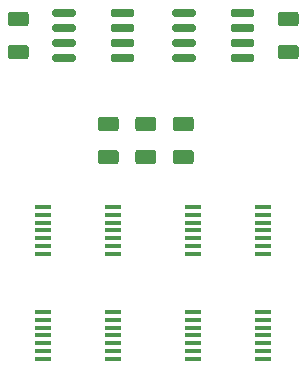
<source format=gbr>
G04 #@! TF.GenerationSoftware,KiCad,Pcbnew,5.1.5-52549c5~84~ubuntu18.04.1*
G04 #@! TF.CreationDate,2020-04-22T17:40:04-07:00*
G04 #@! TF.ProjectId,clock_generator,636c6f63-6b5f-4676-956e-657261746f72,rev?*
G04 #@! TF.SameCoordinates,Original*
G04 #@! TF.FileFunction,Paste,Top*
G04 #@! TF.FilePolarity,Positive*
%FSLAX46Y46*%
G04 Gerber Fmt 4.6, Leading zero omitted, Abs format (unit mm)*
G04 Created by KiCad (PCBNEW 5.1.5-52549c5~84~ubuntu18.04.1) date 2020-04-22 17:40:04*
%MOMM*%
%LPD*%
G04 APERTURE LIST*
%ADD10C,0.100000*%
%ADD11R,1.450000X0.450000*%
G04 APERTURE END LIST*
D10*
G36*
X130314703Y-72725722D02*
G01*
X130329264Y-72727882D01*
X130343543Y-72731459D01*
X130357403Y-72736418D01*
X130370710Y-72742712D01*
X130383336Y-72750280D01*
X130395159Y-72759048D01*
X130406066Y-72768934D01*
X130415952Y-72779841D01*
X130424720Y-72791664D01*
X130432288Y-72804290D01*
X130438582Y-72817597D01*
X130443541Y-72831457D01*
X130447118Y-72845736D01*
X130449278Y-72860297D01*
X130450000Y-72875000D01*
X130450000Y-73175000D01*
X130449278Y-73189703D01*
X130447118Y-73204264D01*
X130443541Y-73218543D01*
X130438582Y-73232403D01*
X130432288Y-73245710D01*
X130424720Y-73258336D01*
X130415952Y-73270159D01*
X130406066Y-73281066D01*
X130395159Y-73290952D01*
X130383336Y-73299720D01*
X130370710Y-73307288D01*
X130357403Y-73313582D01*
X130343543Y-73318541D01*
X130329264Y-73322118D01*
X130314703Y-73324278D01*
X130300000Y-73325000D01*
X128650000Y-73325000D01*
X128635297Y-73324278D01*
X128620736Y-73322118D01*
X128606457Y-73318541D01*
X128592597Y-73313582D01*
X128579290Y-73307288D01*
X128566664Y-73299720D01*
X128554841Y-73290952D01*
X128543934Y-73281066D01*
X128534048Y-73270159D01*
X128525280Y-73258336D01*
X128517712Y-73245710D01*
X128511418Y-73232403D01*
X128506459Y-73218543D01*
X128502882Y-73204264D01*
X128500722Y-73189703D01*
X128500000Y-73175000D01*
X128500000Y-72875000D01*
X128500722Y-72860297D01*
X128502882Y-72845736D01*
X128506459Y-72831457D01*
X128511418Y-72817597D01*
X128517712Y-72804290D01*
X128525280Y-72791664D01*
X128534048Y-72779841D01*
X128543934Y-72768934D01*
X128554841Y-72759048D01*
X128566664Y-72750280D01*
X128579290Y-72742712D01*
X128592597Y-72736418D01*
X128606457Y-72731459D01*
X128620736Y-72727882D01*
X128635297Y-72725722D01*
X128650000Y-72725000D01*
X130300000Y-72725000D01*
X130314703Y-72725722D01*
G37*
G36*
X130314703Y-73995722D02*
G01*
X130329264Y-73997882D01*
X130343543Y-74001459D01*
X130357403Y-74006418D01*
X130370710Y-74012712D01*
X130383336Y-74020280D01*
X130395159Y-74029048D01*
X130406066Y-74038934D01*
X130415952Y-74049841D01*
X130424720Y-74061664D01*
X130432288Y-74074290D01*
X130438582Y-74087597D01*
X130443541Y-74101457D01*
X130447118Y-74115736D01*
X130449278Y-74130297D01*
X130450000Y-74145000D01*
X130450000Y-74445000D01*
X130449278Y-74459703D01*
X130447118Y-74474264D01*
X130443541Y-74488543D01*
X130438582Y-74502403D01*
X130432288Y-74515710D01*
X130424720Y-74528336D01*
X130415952Y-74540159D01*
X130406066Y-74551066D01*
X130395159Y-74560952D01*
X130383336Y-74569720D01*
X130370710Y-74577288D01*
X130357403Y-74583582D01*
X130343543Y-74588541D01*
X130329264Y-74592118D01*
X130314703Y-74594278D01*
X130300000Y-74595000D01*
X128650000Y-74595000D01*
X128635297Y-74594278D01*
X128620736Y-74592118D01*
X128606457Y-74588541D01*
X128592597Y-74583582D01*
X128579290Y-74577288D01*
X128566664Y-74569720D01*
X128554841Y-74560952D01*
X128543934Y-74551066D01*
X128534048Y-74540159D01*
X128525280Y-74528336D01*
X128517712Y-74515710D01*
X128511418Y-74502403D01*
X128506459Y-74488543D01*
X128502882Y-74474264D01*
X128500722Y-74459703D01*
X128500000Y-74445000D01*
X128500000Y-74145000D01*
X128500722Y-74130297D01*
X128502882Y-74115736D01*
X128506459Y-74101457D01*
X128511418Y-74087597D01*
X128517712Y-74074290D01*
X128525280Y-74061664D01*
X128534048Y-74049841D01*
X128543934Y-74038934D01*
X128554841Y-74029048D01*
X128566664Y-74020280D01*
X128579290Y-74012712D01*
X128592597Y-74006418D01*
X128606457Y-74001459D01*
X128620736Y-73997882D01*
X128635297Y-73995722D01*
X128650000Y-73995000D01*
X130300000Y-73995000D01*
X130314703Y-73995722D01*
G37*
G36*
X130314703Y-75265722D02*
G01*
X130329264Y-75267882D01*
X130343543Y-75271459D01*
X130357403Y-75276418D01*
X130370710Y-75282712D01*
X130383336Y-75290280D01*
X130395159Y-75299048D01*
X130406066Y-75308934D01*
X130415952Y-75319841D01*
X130424720Y-75331664D01*
X130432288Y-75344290D01*
X130438582Y-75357597D01*
X130443541Y-75371457D01*
X130447118Y-75385736D01*
X130449278Y-75400297D01*
X130450000Y-75415000D01*
X130450000Y-75715000D01*
X130449278Y-75729703D01*
X130447118Y-75744264D01*
X130443541Y-75758543D01*
X130438582Y-75772403D01*
X130432288Y-75785710D01*
X130424720Y-75798336D01*
X130415952Y-75810159D01*
X130406066Y-75821066D01*
X130395159Y-75830952D01*
X130383336Y-75839720D01*
X130370710Y-75847288D01*
X130357403Y-75853582D01*
X130343543Y-75858541D01*
X130329264Y-75862118D01*
X130314703Y-75864278D01*
X130300000Y-75865000D01*
X128650000Y-75865000D01*
X128635297Y-75864278D01*
X128620736Y-75862118D01*
X128606457Y-75858541D01*
X128592597Y-75853582D01*
X128579290Y-75847288D01*
X128566664Y-75839720D01*
X128554841Y-75830952D01*
X128543934Y-75821066D01*
X128534048Y-75810159D01*
X128525280Y-75798336D01*
X128517712Y-75785710D01*
X128511418Y-75772403D01*
X128506459Y-75758543D01*
X128502882Y-75744264D01*
X128500722Y-75729703D01*
X128500000Y-75715000D01*
X128500000Y-75415000D01*
X128500722Y-75400297D01*
X128502882Y-75385736D01*
X128506459Y-75371457D01*
X128511418Y-75357597D01*
X128517712Y-75344290D01*
X128525280Y-75331664D01*
X128534048Y-75319841D01*
X128543934Y-75308934D01*
X128554841Y-75299048D01*
X128566664Y-75290280D01*
X128579290Y-75282712D01*
X128592597Y-75276418D01*
X128606457Y-75271459D01*
X128620736Y-75267882D01*
X128635297Y-75265722D01*
X128650000Y-75265000D01*
X130300000Y-75265000D01*
X130314703Y-75265722D01*
G37*
G36*
X130314703Y-76535722D02*
G01*
X130329264Y-76537882D01*
X130343543Y-76541459D01*
X130357403Y-76546418D01*
X130370710Y-76552712D01*
X130383336Y-76560280D01*
X130395159Y-76569048D01*
X130406066Y-76578934D01*
X130415952Y-76589841D01*
X130424720Y-76601664D01*
X130432288Y-76614290D01*
X130438582Y-76627597D01*
X130443541Y-76641457D01*
X130447118Y-76655736D01*
X130449278Y-76670297D01*
X130450000Y-76685000D01*
X130450000Y-76985000D01*
X130449278Y-76999703D01*
X130447118Y-77014264D01*
X130443541Y-77028543D01*
X130438582Y-77042403D01*
X130432288Y-77055710D01*
X130424720Y-77068336D01*
X130415952Y-77080159D01*
X130406066Y-77091066D01*
X130395159Y-77100952D01*
X130383336Y-77109720D01*
X130370710Y-77117288D01*
X130357403Y-77123582D01*
X130343543Y-77128541D01*
X130329264Y-77132118D01*
X130314703Y-77134278D01*
X130300000Y-77135000D01*
X128650000Y-77135000D01*
X128635297Y-77134278D01*
X128620736Y-77132118D01*
X128606457Y-77128541D01*
X128592597Y-77123582D01*
X128579290Y-77117288D01*
X128566664Y-77109720D01*
X128554841Y-77100952D01*
X128543934Y-77091066D01*
X128534048Y-77080159D01*
X128525280Y-77068336D01*
X128517712Y-77055710D01*
X128511418Y-77042403D01*
X128506459Y-77028543D01*
X128502882Y-77014264D01*
X128500722Y-76999703D01*
X128500000Y-76985000D01*
X128500000Y-76685000D01*
X128500722Y-76670297D01*
X128502882Y-76655736D01*
X128506459Y-76641457D01*
X128511418Y-76627597D01*
X128517712Y-76614290D01*
X128525280Y-76601664D01*
X128534048Y-76589841D01*
X128543934Y-76578934D01*
X128554841Y-76569048D01*
X128566664Y-76560280D01*
X128579290Y-76552712D01*
X128592597Y-76546418D01*
X128606457Y-76541459D01*
X128620736Y-76537882D01*
X128635297Y-76535722D01*
X128650000Y-76535000D01*
X130300000Y-76535000D01*
X130314703Y-76535722D01*
G37*
G36*
X125364703Y-76535722D02*
G01*
X125379264Y-76537882D01*
X125393543Y-76541459D01*
X125407403Y-76546418D01*
X125420710Y-76552712D01*
X125433336Y-76560280D01*
X125445159Y-76569048D01*
X125456066Y-76578934D01*
X125465952Y-76589841D01*
X125474720Y-76601664D01*
X125482288Y-76614290D01*
X125488582Y-76627597D01*
X125493541Y-76641457D01*
X125497118Y-76655736D01*
X125499278Y-76670297D01*
X125500000Y-76685000D01*
X125500000Y-76985000D01*
X125499278Y-76999703D01*
X125497118Y-77014264D01*
X125493541Y-77028543D01*
X125488582Y-77042403D01*
X125482288Y-77055710D01*
X125474720Y-77068336D01*
X125465952Y-77080159D01*
X125456066Y-77091066D01*
X125445159Y-77100952D01*
X125433336Y-77109720D01*
X125420710Y-77117288D01*
X125407403Y-77123582D01*
X125393543Y-77128541D01*
X125379264Y-77132118D01*
X125364703Y-77134278D01*
X125350000Y-77135000D01*
X123700000Y-77135000D01*
X123685297Y-77134278D01*
X123670736Y-77132118D01*
X123656457Y-77128541D01*
X123642597Y-77123582D01*
X123629290Y-77117288D01*
X123616664Y-77109720D01*
X123604841Y-77100952D01*
X123593934Y-77091066D01*
X123584048Y-77080159D01*
X123575280Y-77068336D01*
X123567712Y-77055710D01*
X123561418Y-77042403D01*
X123556459Y-77028543D01*
X123552882Y-77014264D01*
X123550722Y-76999703D01*
X123550000Y-76985000D01*
X123550000Y-76685000D01*
X123550722Y-76670297D01*
X123552882Y-76655736D01*
X123556459Y-76641457D01*
X123561418Y-76627597D01*
X123567712Y-76614290D01*
X123575280Y-76601664D01*
X123584048Y-76589841D01*
X123593934Y-76578934D01*
X123604841Y-76569048D01*
X123616664Y-76560280D01*
X123629290Y-76552712D01*
X123642597Y-76546418D01*
X123656457Y-76541459D01*
X123670736Y-76537882D01*
X123685297Y-76535722D01*
X123700000Y-76535000D01*
X125350000Y-76535000D01*
X125364703Y-76535722D01*
G37*
G36*
X125364703Y-75265722D02*
G01*
X125379264Y-75267882D01*
X125393543Y-75271459D01*
X125407403Y-75276418D01*
X125420710Y-75282712D01*
X125433336Y-75290280D01*
X125445159Y-75299048D01*
X125456066Y-75308934D01*
X125465952Y-75319841D01*
X125474720Y-75331664D01*
X125482288Y-75344290D01*
X125488582Y-75357597D01*
X125493541Y-75371457D01*
X125497118Y-75385736D01*
X125499278Y-75400297D01*
X125500000Y-75415000D01*
X125500000Y-75715000D01*
X125499278Y-75729703D01*
X125497118Y-75744264D01*
X125493541Y-75758543D01*
X125488582Y-75772403D01*
X125482288Y-75785710D01*
X125474720Y-75798336D01*
X125465952Y-75810159D01*
X125456066Y-75821066D01*
X125445159Y-75830952D01*
X125433336Y-75839720D01*
X125420710Y-75847288D01*
X125407403Y-75853582D01*
X125393543Y-75858541D01*
X125379264Y-75862118D01*
X125364703Y-75864278D01*
X125350000Y-75865000D01*
X123700000Y-75865000D01*
X123685297Y-75864278D01*
X123670736Y-75862118D01*
X123656457Y-75858541D01*
X123642597Y-75853582D01*
X123629290Y-75847288D01*
X123616664Y-75839720D01*
X123604841Y-75830952D01*
X123593934Y-75821066D01*
X123584048Y-75810159D01*
X123575280Y-75798336D01*
X123567712Y-75785710D01*
X123561418Y-75772403D01*
X123556459Y-75758543D01*
X123552882Y-75744264D01*
X123550722Y-75729703D01*
X123550000Y-75715000D01*
X123550000Y-75415000D01*
X123550722Y-75400297D01*
X123552882Y-75385736D01*
X123556459Y-75371457D01*
X123561418Y-75357597D01*
X123567712Y-75344290D01*
X123575280Y-75331664D01*
X123584048Y-75319841D01*
X123593934Y-75308934D01*
X123604841Y-75299048D01*
X123616664Y-75290280D01*
X123629290Y-75282712D01*
X123642597Y-75276418D01*
X123656457Y-75271459D01*
X123670736Y-75267882D01*
X123685297Y-75265722D01*
X123700000Y-75265000D01*
X125350000Y-75265000D01*
X125364703Y-75265722D01*
G37*
G36*
X125364703Y-73995722D02*
G01*
X125379264Y-73997882D01*
X125393543Y-74001459D01*
X125407403Y-74006418D01*
X125420710Y-74012712D01*
X125433336Y-74020280D01*
X125445159Y-74029048D01*
X125456066Y-74038934D01*
X125465952Y-74049841D01*
X125474720Y-74061664D01*
X125482288Y-74074290D01*
X125488582Y-74087597D01*
X125493541Y-74101457D01*
X125497118Y-74115736D01*
X125499278Y-74130297D01*
X125500000Y-74145000D01*
X125500000Y-74445000D01*
X125499278Y-74459703D01*
X125497118Y-74474264D01*
X125493541Y-74488543D01*
X125488582Y-74502403D01*
X125482288Y-74515710D01*
X125474720Y-74528336D01*
X125465952Y-74540159D01*
X125456066Y-74551066D01*
X125445159Y-74560952D01*
X125433336Y-74569720D01*
X125420710Y-74577288D01*
X125407403Y-74583582D01*
X125393543Y-74588541D01*
X125379264Y-74592118D01*
X125364703Y-74594278D01*
X125350000Y-74595000D01*
X123700000Y-74595000D01*
X123685297Y-74594278D01*
X123670736Y-74592118D01*
X123656457Y-74588541D01*
X123642597Y-74583582D01*
X123629290Y-74577288D01*
X123616664Y-74569720D01*
X123604841Y-74560952D01*
X123593934Y-74551066D01*
X123584048Y-74540159D01*
X123575280Y-74528336D01*
X123567712Y-74515710D01*
X123561418Y-74502403D01*
X123556459Y-74488543D01*
X123552882Y-74474264D01*
X123550722Y-74459703D01*
X123550000Y-74445000D01*
X123550000Y-74145000D01*
X123550722Y-74130297D01*
X123552882Y-74115736D01*
X123556459Y-74101457D01*
X123561418Y-74087597D01*
X123567712Y-74074290D01*
X123575280Y-74061664D01*
X123584048Y-74049841D01*
X123593934Y-74038934D01*
X123604841Y-74029048D01*
X123616664Y-74020280D01*
X123629290Y-74012712D01*
X123642597Y-74006418D01*
X123656457Y-74001459D01*
X123670736Y-73997882D01*
X123685297Y-73995722D01*
X123700000Y-73995000D01*
X125350000Y-73995000D01*
X125364703Y-73995722D01*
G37*
G36*
X125364703Y-72725722D02*
G01*
X125379264Y-72727882D01*
X125393543Y-72731459D01*
X125407403Y-72736418D01*
X125420710Y-72742712D01*
X125433336Y-72750280D01*
X125445159Y-72759048D01*
X125456066Y-72768934D01*
X125465952Y-72779841D01*
X125474720Y-72791664D01*
X125482288Y-72804290D01*
X125488582Y-72817597D01*
X125493541Y-72831457D01*
X125497118Y-72845736D01*
X125499278Y-72860297D01*
X125500000Y-72875000D01*
X125500000Y-73175000D01*
X125499278Y-73189703D01*
X125497118Y-73204264D01*
X125493541Y-73218543D01*
X125488582Y-73232403D01*
X125482288Y-73245710D01*
X125474720Y-73258336D01*
X125465952Y-73270159D01*
X125456066Y-73281066D01*
X125445159Y-73290952D01*
X125433336Y-73299720D01*
X125420710Y-73307288D01*
X125407403Y-73313582D01*
X125393543Y-73318541D01*
X125379264Y-73322118D01*
X125364703Y-73324278D01*
X125350000Y-73325000D01*
X123700000Y-73325000D01*
X123685297Y-73324278D01*
X123670736Y-73322118D01*
X123656457Y-73318541D01*
X123642597Y-73313582D01*
X123629290Y-73307288D01*
X123616664Y-73299720D01*
X123604841Y-73290952D01*
X123593934Y-73281066D01*
X123584048Y-73270159D01*
X123575280Y-73258336D01*
X123567712Y-73245710D01*
X123561418Y-73232403D01*
X123556459Y-73218543D01*
X123552882Y-73204264D01*
X123550722Y-73189703D01*
X123550000Y-73175000D01*
X123550000Y-72875000D01*
X123550722Y-72860297D01*
X123552882Y-72845736D01*
X123556459Y-72831457D01*
X123561418Y-72817597D01*
X123567712Y-72804290D01*
X123575280Y-72791664D01*
X123584048Y-72779841D01*
X123593934Y-72768934D01*
X123604841Y-72759048D01*
X123616664Y-72750280D01*
X123629290Y-72742712D01*
X123642597Y-72736418D01*
X123656457Y-72731459D01*
X123670736Y-72727882D01*
X123685297Y-72725722D01*
X123700000Y-72725000D01*
X125350000Y-72725000D01*
X125364703Y-72725722D01*
G37*
G36*
X115204703Y-76535722D02*
G01*
X115219264Y-76537882D01*
X115233543Y-76541459D01*
X115247403Y-76546418D01*
X115260710Y-76552712D01*
X115273336Y-76560280D01*
X115285159Y-76569048D01*
X115296066Y-76578934D01*
X115305952Y-76589841D01*
X115314720Y-76601664D01*
X115322288Y-76614290D01*
X115328582Y-76627597D01*
X115333541Y-76641457D01*
X115337118Y-76655736D01*
X115339278Y-76670297D01*
X115340000Y-76685000D01*
X115340000Y-76985000D01*
X115339278Y-76999703D01*
X115337118Y-77014264D01*
X115333541Y-77028543D01*
X115328582Y-77042403D01*
X115322288Y-77055710D01*
X115314720Y-77068336D01*
X115305952Y-77080159D01*
X115296066Y-77091066D01*
X115285159Y-77100952D01*
X115273336Y-77109720D01*
X115260710Y-77117288D01*
X115247403Y-77123582D01*
X115233543Y-77128541D01*
X115219264Y-77132118D01*
X115204703Y-77134278D01*
X115190000Y-77135000D01*
X113540000Y-77135000D01*
X113525297Y-77134278D01*
X113510736Y-77132118D01*
X113496457Y-77128541D01*
X113482597Y-77123582D01*
X113469290Y-77117288D01*
X113456664Y-77109720D01*
X113444841Y-77100952D01*
X113433934Y-77091066D01*
X113424048Y-77080159D01*
X113415280Y-77068336D01*
X113407712Y-77055710D01*
X113401418Y-77042403D01*
X113396459Y-77028543D01*
X113392882Y-77014264D01*
X113390722Y-76999703D01*
X113390000Y-76985000D01*
X113390000Y-76685000D01*
X113390722Y-76670297D01*
X113392882Y-76655736D01*
X113396459Y-76641457D01*
X113401418Y-76627597D01*
X113407712Y-76614290D01*
X113415280Y-76601664D01*
X113424048Y-76589841D01*
X113433934Y-76578934D01*
X113444841Y-76569048D01*
X113456664Y-76560280D01*
X113469290Y-76552712D01*
X113482597Y-76546418D01*
X113496457Y-76541459D01*
X113510736Y-76537882D01*
X113525297Y-76535722D01*
X113540000Y-76535000D01*
X115190000Y-76535000D01*
X115204703Y-76535722D01*
G37*
G36*
X115204703Y-75265722D02*
G01*
X115219264Y-75267882D01*
X115233543Y-75271459D01*
X115247403Y-75276418D01*
X115260710Y-75282712D01*
X115273336Y-75290280D01*
X115285159Y-75299048D01*
X115296066Y-75308934D01*
X115305952Y-75319841D01*
X115314720Y-75331664D01*
X115322288Y-75344290D01*
X115328582Y-75357597D01*
X115333541Y-75371457D01*
X115337118Y-75385736D01*
X115339278Y-75400297D01*
X115340000Y-75415000D01*
X115340000Y-75715000D01*
X115339278Y-75729703D01*
X115337118Y-75744264D01*
X115333541Y-75758543D01*
X115328582Y-75772403D01*
X115322288Y-75785710D01*
X115314720Y-75798336D01*
X115305952Y-75810159D01*
X115296066Y-75821066D01*
X115285159Y-75830952D01*
X115273336Y-75839720D01*
X115260710Y-75847288D01*
X115247403Y-75853582D01*
X115233543Y-75858541D01*
X115219264Y-75862118D01*
X115204703Y-75864278D01*
X115190000Y-75865000D01*
X113540000Y-75865000D01*
X113525297Y-75864278D01*
X113510736Y-75862118D01*
X113496457Y-75858541D01*
X113482597Y-75853582D01*
X113469290Y-75847288D01*
X113456664Y-75839720D01*
X113444841Y-75830952D01*
X113433934Y-75821066D01*
X113424048Y-75810159D01*
X113415280Y-75798336D01*
X113407712Y-75785710D01*
X113401418Y-75772403D01*
X113396459Y-75758543D01*
X113392882Y-75744264D01*
X113390722Y-75729703D01*
X113390000Y-75715000D01*
X113390000Y-75415000D01*
X113390722Y-75400297D01*
X113392882Y-75385736D01*
X113396459Y-75371457D01*
X113401418Y-75357597D01*
X113407712Y-75344290D01*
X113415280Y-75331664D01*
X113424048Y-75319841D01*
X113433934Y-75308934D01*
X113444841Y-75299048D01*
X113456664Y-75290280D01*
X113469290Y-75282712D01*
X113482597Y-75276418D01*
X113496457Y-75271459D01*
X113510736Y-75267882D01*
X113525297Y-75265722D01*
X113540000Y-75265000D01*
X115190000Y-75265000D01*
X115204703Y-75265722D01*
G37*
G36*
X115204703Y-73995722D02*
G01*
X115219264Y-73997882D01*
X115233543Y-74001459D01*
X115247403Y-74006418D01*
X115260710Y-74012712D01*
X115273336Y-74020280D01*
X115285159Y-74029048D01*
X115296066Y-74038934D01*
X115305952Y-74049841D01*
X115314720Y-74061664D01*
X115322288Y-74074290D01*
X115328582Y-74087597D01*
X115333541Y-74101457D01*
X115337118Y-74115736D01*
X115339278Y-74130297D01*
X115340000Y-74145000D01*
X115340000Y-74445000D01*
X115339278Y-74459703D01*
X115337118Y-74474264D01*
X115333541Y-74488543D01*
X115328582Y-74502403D01*
X115322288Y-74515710D01*
X115314720Y-74528336D01*
X115305952Y-74540159D01*
X115296066Y-74551066D01*
X115285159Y-74560952D01*
X115273336Y-74569720D01*
X115260710Y-74577288D01*
X115247403Y-74583582D01*
X115233543Y-74588541D01*
X115219264Y-74592118D01*
X115204703Y-74594278D01*
X115190000Y-74595000D01*
X113540000Y-74595000D01*
X113525297Y-74594278D01*
X113510736Y-74592118D01*
X113496457Y-74588541D01*
X113482597Y-74583582D01*
X113469290Y-74577288D01*
X113456664Y-74569720D01*
X113444841Y-74560952D01*
X113433934Y-74551066D01*
X113424048Y-74540159D01*
X113415280Y-74528336D01*
X113407712Y-74515710D01*
X113401418Y-74502403D01*
X113396459Y-74488543D01*
X113392882Y-74474264D01*
X113390722Y-74459703D01*
X113390000Y-74445000D01*
X113390000Y-74145000D01*
X113390722Y-74130297D01*
X113392882Y-74115736D01*
X113396459Y-74101457D01*
X113401418Y-74087597D01*
X113407712Y-74074290D01*
X113415280Y-74061664D01*
X113424048Y-74049841D01*
X113433934Y-74038934D01*
X113444841Y-74029048D01*
X113456664Y-74020280D01*
X113469290Y-74012712D01*
X113482597Y-74006418D01*
X113496457Y-74001459D01*
X113510736Y-73997882D01*
X113525297Y-73995722D01*
X113540000Y-73995000D01*
X115190000Y-73995000D01*
X115204703Y-73995722D01*
G37*
G36*
X115204703Y-72725722D02*
G01*
X115219264Y-72727882D01*
X115233543Y-72731459D01*
X115247403Y-72736418D01*
X115260710Y-72742712D01*
X115273336Y-72750280D01*
X115285159Y-72759048D01*
X115296066Y-72768934D01*
X115305952Y-72779841D01*
X115314720Y-72791664D01*
X115322288Y-72804290D01*
X115328582Y-72817597D01*
X115333541Y-72831457D01*
X115337118Y-72845736D01*
X115339278Y-72860297D01*
X115340000Y-72875000D01*
X115340000Y-73175000D01*
X115339278Y-73189703D01*
X115337118Y-73204264D01*
X115333541Y-73218543D01*
X115328582Y-73232403D01*
X115322288Y-73245710D01*
X115314720Y-73258336D01*
X115305952Y-73270159D01*
X115296066Y-73281066D01*
X115285159Y-73290952D01*
X115273336Y-73299720D01*
X115260710Y-73307288D01*
X115247403Y-73313582D01*
X115233543Y-73318541D01*
X115219264Y-73322118D01*
X115204703Y-73324278D01*
X115190000Y-73325000D01*
X113540000Y-73325000D01*
X113525297Y-73324278D01*
X113510736Y-73322118D01*
X113496457Y-73318541D01*
X113482597Y-73313582D01*
X113469290Y-73307288D01*
X113456664Y-73299720D01*
X113444841Y-73290952D01*
X113433934Y-73281066D01*
X113424048Y-73270159D01*
X113415280Y-73258336D01*
X113407712Y-73245710D01*
X113401418Y-73232403D01*
X113396459Y-73218543D01*
X113392882Y-73204264D01*
X113390722Y-73189703D01*
X113390000Y-73175000D01*
X113390000Y-72875000D01*
X113390722Y-72860297D01*
X113392882Y-72845736D01*
X113396459Y-72831457D01*
X113401418Y-72817597D01*
X113407712Y-72804290D01*
X113415280Y-72791664D01*
X113424048Y-72779841D01*
X113433934Y-72768934D01*
X113444841Y-72759048D01*
X113456664Y-72750280D01*
X113469290Y-72742712D01*
X113482597Y-72736418D01*
X113496457Y-72731459D01*
X113510736Y-72727882D01*
X113525297Y-72725722D01*
X113540000Y-72725000D01*
X115190000Y-72725000D01*
X115204703Y-72725722D01*
G37*
G36*
X120154703Y-72725722D02*
G01*
X120169264Y-72727882D01*
X120183543Y-72731459D01*
X120197403Y-72736418D01*
X120210710Y-72742712D01*
X120223336Y-72750280D01*
X120235159Y-72759048D01*
X120246066Y-72768934D01*
X120255952Y-72779841D01*
X120264720Y-72791664D01*
X120272288Y-72804290D01*
X120278582Y-72817597D01*
X120283541Y-72831457D01*
X120287118Y-72845736D01*
X120289278Y-72860297D01*
X120290000Y-72875000D01*
X120290000Y-73175000D01*
X120289278Y-73189703D01*
X120287118Y-73204264D01*
X120283541Y-73218543D01*
X120278582Y-73232403D01*
X120272288Y-73245710D01*
X120264720Y-73258336D01*
X120255952Y-73270159D01*
X120246066Y-73281066D01*
X120235159Y-73290952D01*
X120223336Y-73299720D01*
X120210710Y-73307288D01*
X120197403Y-73313582D01*
X120183543Y-73318541D01*
X120169264Y-73322118D01*
X120154703Y-73324278D01*
X120140000Y-73325000D01*
X118490000Y-73325000D01*
X118475297Y-73324278D01*
X118460736Y-73322118D01*
X118446457Y-73318541D01*
X118432597Y-73313582D01*
X118419290Y-73307288D01*
X118406664Y-73299720D01*
X118394841Y-73290952D01*
X118383934Y-73281066D01*
X118374048Y-73270159D01*
X118365280Y-73258336D01*
X118357712Y-73245710D01*
X118351418Y-73232403D01*
X118346459Y-73218543D01*
X118342882Y-73204264D01*
X118340722Y-73189703D01*
X118340000Y-73175000D01*
X118340000Y-72875000D01*
X118340722Y-72860297D01*
X118342882Y-72845736D01*
X118346459Y-72831457D01*
X118351418Y-72817597D01*
X118357712Y-72804290D01*
X118365280Y-72791664D01*
X118374048Y-72779841D01*
X118383934Y-72768934D01*
X118394841Y-72759048D01*
X118406664Y-72750280D01*
X118419290Y-72742712D01*
X118432597Y-72736418D01*
X118446457Y-72731459D01*
X118460736Y-72727882D01*
X118475297Y-72725722D01*
X118490000Y-72725000D01*
X120140000Y-72725000D01*
X120154703Y-72725722D01*
G37*
G36*
X120154703Y-73995722D02*
G01*
X120169264Y-73997882D01*
X120183543Y-74001459D01*
X120197403Y-74006418D01*
X120210710Y-74012712D01*
X120223336Y-74020280D01*
X120235159Y-74029048D01*
X120246066Y-74038934D01*
X120255952Y-74049841D01*
X120264720Y-74061664D01*
X120272288Y-74074290D01*
X120278582Y-74087597D01*
X120283541Y-74101457D01*
X120287118Y-74115736D01*
X120289278Y-74130297D01*
X120290000Y-74145000D01*
X120290000Y-74445000D01*
X120289278Y-74459703D01*
X120287118Y-74474264D01*
X120283541Y-74488543D01*
X120278582Y-74502403D01*
X120272288Y-74515710D01*
X120264720Y-74528336D01*
X120255952Y-74540159D01*
X120246066Y-74551066D01*
X120235159Y-74560952D01*
X120223336Y-74569720D01*
X120210710Y-74577288D01*
X120197403Y-74583582D01*
X120183543Y-74588541D01*
X120169264Y-74592118D01*
X120154703Y-74594278D01*
X120140000Y-74595000D01*
X118490000Y-74595000D01*
X118475297Y-74594278D01*
X118460736Y-74592118D01*
X118446457Y-74588541D01*
X118432597Y-74583582D01*
X118419290Y-74577288D01*
X118406664Y-74569720D01*
X118394841Y-74560952D01*
X118383934Y-74551066D01*
X118374048Y-74540159D01*
X118365280Y-74528336D01*
X118357712Y-74515710D01*
X118351418Y-74502403D01*
X118346459Y-74488543D01*
X118342882Y-74474264D01*
X118340722Y-74459703D01*
X118340000Y-74445000D01*
X118340000Y-74145000D01*
X118340722Y-74130297D01*
X118342882Y-74115736D01*
X118346459Y-74101457D01*
X118351418Y-74087597D01*
X118357712Y-74074290D01*
X118365280Y-74061664D01*
X118374048Y-74049841D01*
X118383934Y-74038934D01*
X118394841Y-74029048D01*
X118406664Y-74020280D01*
X118419290Y-74012712D01*
X118432597Y-74006418D01*
X118446457Y-74001459D01*
X118460736Y-73997882D01*
X118475297Y-73995722D01*
X118490000Y-73995000D01*
X120140000Y-73995000D01*
X120154703Y-73995722D01*
G37*
G36*
X120154703Y-75265722D02*
G01*
X120169264Y-75267882D01*
X120183543Y-75271459D01*
X120197403Y-75276418D01*
X120210710Y-75282712D01*
X120223336Y-75290280D01*
X120235159Y-75299048D01*
X120246066Y-75308934D01*
X120255952Y-75319841D01*
X120264720Y-75331664D01*
X120272288Y-75344290D01*
X120278582Y-75357597D01*
X120283541Y-75371457D01*
X120287118Y-75385736D01*
X120289278Y-75400297D01*
X120290000Y-75415000D01*
X120290000Y-75715000D01*
X120289278Y-75729703D01*
X120287118Y-75744264D01*
X120283541Y-75758543D01*
X120278582Y-75772403D01*
X120272288Y-75785710D01*
X120264720Y-75798336D01*
X120255952Y-75810159D01*
X120246066Y-75821066D01*
X120235159Y-75830952D01*
X120223336Y-75839720D01*
X120210710Y-75847288D01*
X120197403Y-75853582D01*
X120183543Y-75858541D01*
X120169264Y-75862118D01*
X120154703Y-75864278D01*
X120140000Y-75865000D01*
X118490000Y-75865000D01*
X118475297Y-75864278D01*
X118460736Y-75862118D01*
X118446457Y-75858541D01*
X118432597Y-75853582D01*
X118419290Y-75847288D01*
X118406664Y-75839720D01*
X118394841Y-75830952D01*
X118383934Y-75821066D01*
X118374048Y-75810159D01*
X118365280Y-75798336D01*
X118357712Y-75785710D01*
X118351418Y-75772403D01*
X118346459Y-75758543D01*
X118342882Y-75744264D01*
X118340722Y-75729703D01*
X118340000Y-75715000D01*
X118340000Y-75415000D01*
X118340722Y-75400297D01*
X118342882Y-75385736D01*
X118346459Y-75371457D01*
X118351418Y-75357597D01*
X118357712Y-75344290D01*
X118365280Y-75331664D01*
X118374048Y-75319841D01*
X118383934Y-75308934D01*
X118394841Y-75299048D01*
X118406664Y-75290280D01*
X118419290Y-75282712D01*
X118432597Y-75276418D01*
X118446457Y-75271459D01*
X118460736Y-75267882D01*
X118475297Y-75265722D01*
X118490000Y-75265000D01*
X120140000Y-75265000D01*
X120154703Y-75265722D01*
G37*
G36*
X120154703Y-76535722D02*
G01*
X120169264Y-76537882D01*
X120183543Y-76541459D01*
X120197403Y-76546418D01*
X120210710Y-76552712D01*
X120223336Y-76560280D01*
X120235159Y-76569048D01*
X120246066Y-76578934D01*
X120255952Y-76589841D01*
X120264720Y-76601664D01*
X120272288Y-76614290D01*
X120278582Y-76627597D01*
X120283541Y-76641457D01*
X120287118Y-76655736D01*
X120289278Y-76670297D01*
X120290000Y-76685000D01*
X120290000Y-76985000D01*
X120289278Y-76999703D01*
X120287118Y-77014264D01*
X120283541Y-77028543D01*
X120278582Y-77042403D01*
X120272288Y-77055710D01*
X120264720Y-77068336D01*
X120255952Y-77080159D01*
X120246066Y-77091066D01*
X120235159Y-77100952D01*
X120223336Y-77109720D01*
X120210710Y-77117288D01*
X120197403Y-77123582D01*
X120183543Y-77128541D01*
X120169264Y-77132118D01*
X120154703Y-77134278D01*
X120140000Y-77135000D01*
X118490000Y-77135000D01*
X118475297Y-77134278D01*
X118460736Y-77132118D01*
X118446457Y-77128541D01*
X118432597Y-77123582D01*
X118419290Y-77117288D01*
X118406664Y-77109720D01*
X118394841Y-77100952D01*
X118383934Y-77091066D01*
X118374048Y-77080159D01*
X118365280Y-77068336D01*
X118357712Y-77055710D01*
X118351418Y-77042403D01*
X118346459Y-77028543D01*
X118342882Y-77014264D01*
X118340722Y-76999703D01*
X118340000Y-76985000D01*
X118340000Y-76685000D01*
X118340722Y-76670297D01*
X118342882Y-76655736D01*
X118346459Y-76641457D01*
X118351418Y-76627597D01*
X118357712Y-76614290D01*
X118365280Y-76601664D01*
X118374048Y-76589841D01*
X118383934Y-76578934D01*
X118394841Y-76569048D01*
X118406664Y-76560280D01*
X118419290Y-76552712D01*
X118432597Y-76546418D01*
X118446457Y-76541459D01*
X118460736Y-76537882D01*
X118475297Y-76535722D01*
X118490000Y-76535000D01*
X120140000Y-76535000D01*
X120154703Y-76535722D01*
G37*
G36*
X125109504Y-84596204D02*
G01*
X125133773Y-84599804D01*
X125157571Y-84605765D01*
X125180671Y-84614030D01*
X125202849Y-84624520D01*
X125223893Y-84637133D01*
X125243598Y-84651747D01*
X125261777Y-84668223D01*
X125278253Y-84686402D01*
X125292867Y-84706107D01*
X125305480Y-84727151D01*
X125315970Y-84749329D01*
X125324235Y-84772429D01*
X125330196Y-84796227D01*
X125333796Y-84820496D01*
X125335000Y-84845000D01*
X125335000Y-85595000D01*
X125333796Y-85619504D01*
X125330196Y-85643773D01*
X125324235Y-85667571D01*
X125315970Y-85690671D01*
X125305480Y-85712849D01*
X125292867Y-85733893D01*
X125278253Y-85753598D01*
X125261777Y-85771777D01*
X125243598Y-85788253D01*
X125223893Y-85802867D01*
X125202849Y-85815480D01*
X125180671Y-85825970D01*
X125157571Y-85834235D01*
X125133773Y-85840196D01*
X125109504Y-85843796D01*
X125085000Y-85845000D01*
X123835000Y-85845000D01*
X123810496Y-85843796D01*
X123786227Y-85840196D01*
X123762429Y-85834235D01*
X123739329Y-85825970D01*
X123717151Y-85815480D01*
X123696107Y-85802867D01*
X123676402Y-85788253D01*
X123658223Y-85771777D01*
X123641747Y-85753598D01*
X123627133Y-85733893D01*
X123614520Y-85712849D01*
X123604030Y-85690671D01*
X123595765Y-85667571D01*
X123589804Y-85643773D01*
X123586204Y-85619504D01*
X123585000Y-85595000D01*
X123585000Y-84845000D01*
X123586204Y-84820496D01*
X123589804Y-84796227D01*
X123595765Y-84772429D01*
X123604030Y-84749329D01*
X123614520Y-84727151D01*
X123627133Y-84706107D01*
X123641747Y-84686402D01*
X123658223Y-84668223D01*
X123676402Y-84651747D01*
X123696107Y-84637133D01*
X123717151Y-84624520D01*
X123739329Y-84614030D01*
X123762429Y-84605765D01*
X123786227Y-84599804D01*
X123810496Y-84596204D01*
X123835000Y-84595000D01*
X125085000Y-84595000D01*
X125109504Y-84596204D01*
G37*
G36*
X125109504Y-81796204D02*
G01*
X125133773Y-81799804D01*
X125157571Y-81805765D01*
X125180671Y-81814030D01*
X125202849Y-81824520D01*
X125223893Y-81837133D01*
X125243598Y-81851747D01*
X125261777Y-81868223D01*
X125278253Y-81886402D01*
X125292867Y-81906107D01*
X125305480Y-81927151D01*
X125315970Y-81949329D01*
X125324235Y-81972429D01*
X125330196Y-81996227D01*
X125333796Y-82020496D01*
X125335000Y-82045000D01*
X125335000Y-82795000D01*
X125333796Y-82819504D01*
X125330196Y-82843773D01*
X125324235Y-82867571D01*
X125315970Y-82890671D01*
X125305480Y-82912849D01*
X125292867Y-82933893D01*
X125278253Y-82953598D01*
X125261777Y-82971777D01*
X125243598Y-82988253D01*
X125223893Y-83002867D01*
X125202849Y-83015480D01*
X125180671Y-83025970D01*
X125157571Y-83034235D01*
X125133773Y-83040196D01*
X125109504Y-83043796D01*
X125085000Y-83045000D01*
X123835000Y-83045000D01*
X123810496Y-83043796D01*
X123786227Y-83040196D01*
X123762429Y-83034235D01*
X123739329Y-83025970D01*
X123717151Y-83015480D01*
X123696107Y-83002867D01*
X123676402Y-82988253D01*
X123658223Y-82971777D01*
X123641747Y-82953598D01*
X123627133Y-82933893D01*
X123614520Y-82912849D01*
X123604030Y-82890671D01*
X123595765Y-82867571D01*
X123589804Y-82843773D01*
X123586204Y-82819504D01*
X123585000Y-82795000D01*
X123585000Y-82045000D01*
X123586204Y-82020496D01*
X123589804Y-81996227D01*
X123595765Y-81972429D01*
X123604030Y-81949329D01*
X123614520Y-81927151D01*
X123627133Y-81906107D01*
X123641747Y-81886402D01*
X123658223Y-81868223D01*
X123676402Y-81851747D01*
X123696107Y-81837133D01*
X123717151Y-81824520D01*
X123739329Y-81814030D01*
X123762429Y-81805765D01*
X123786227Y-81799804D01*
X123810496Y-81796204D01*
X123835000Y-81795000D01*
X125085000Y-81795000D01*
X125109504Y-81796204D01*
G37*
G36*
X121934504Y-84596204D02*
G01*
X121958773Y-84599804D01*
X121982571Y-84605765D01*
X122005671Y-84614030D01*
X122027849Y-84624520D01*
X122048893Y-84637133D01*
X122068598Y-84651747D01*
X122086777Y-84668223D01*
X122103253Y-84686402D01*
X122117867Y-84706107D01*
X122130480Y-84727151D01*
X122140970Y-84749329D01*
X122149235Y-84772429D01*
X122155196Y-84796227D01*
X122158796Y-84820496D01*
X122160000Y-84845000D01*
X122160000Y-85595000D01*
X122158796Y-85619504D01*
X122155196Y-85643773D01*
X122149235Y-85667571D01*
X122140970Y-85690671D01*
X122130480Y-85712849D01*
X122117867Y-85733893D01*
X122103253Y-85753598D01*
X122086777Y-85771777D01*
X122068598Y-85788253D01*
X122048893Y-85802867D01*
X122027849Y-85815480D01*
X122005671Y-85825970D01*
X121982571Y-85834235D01*
X121958773Y-85840196D01*
X121934504Y-85843796D01*
X121910000Y-85845000D01*
X120660000Y-85845000D01*
X120635496Y-85843796D01*
X120611227Y-85840196D01*
X120587429Y-85834235D01*
X120564329Y-85825970D01*
X120542151Y-85815480D01*
X120521107Y-85802867D01*
X120501402Y-85788253D01*
X120483223Y-85771777D01*
X120466747Y-85753598D01*
X120452133Y-85733893D01*
X120439520Y-85712849D01*
X120429030Y-85690671D01*
X120420765Y-85667571D01*
X120414804Y-85643773D01*
X120411204Y-85619504D01*
X120410000Y-85595000D01*
X120410000Y-84845000D01*
X120411204Y-84820496D01*
X120414804Y-84796227D01*
X120420765Y-84772429D01*
X120429030Y-84749329D01*
X120439520Y-84727151D01*
X120452133Y-84706107D01*
X120466747Y-84686402D01*
X120483223Y-84668223D01*
X120501402Y-84651747D01*
X120521107Y-84637133D01*
X120542151Y-84624520D01*
X120564329Y-84614030D01*
X120587429Y-84605765D01*
X120611227Y-84599804D01*
X120635496Y-84596204D01*
X120660000Y-84595000D01*
X121910000Y-84595000D01*
X121934504Y-84596204D01*
G37*
G36*
X121934504Y-81796204D02*
G01*
X121958773Y-81799804D01*
X121982571Y-81805765D01*
X122005671Y-81814030D01*
X122027849Y-81824520D01*
X122048893Y-81837133D01*
X122068598Y-81851747D01*
X122086777Y-81868223D01*
X122103253Y-81886402D01*
X122117867Y-81906107D01*
X122130480Y-81927151D01*
X122140970Y-81949329D01*
X122149235Y-81972429D01*
X122155196Y-81996227D01*
X122158796Y-82020496D01*
X122160000Y-82045000D01*
X122160000Y-82795000D01*
X122158796Y-82819504D01*
X122155196Y-82843773D01*
X122149235Y-82867571D01*
X122140970Y-82890671D01*
X122130480Y-82912849D01*
X122117867Y-82933893D01*
X122103253Y-82953598D01*
X122086777Y-82971777D01*
X122068598Y-82988253D01*
X122048893Y-83002867D01*
X122027849Y-83015480D01*
X122005671Y-83025970D01*
X121982571Y-83034235D01*
X121958773Y-83040196D01*
X121934504Y-83043796D01*
X121910000Y-83045000D01*
X120660000Y-83045000D01*
X120635496Y-83043796D01*
X120611227Y-83040196D01*
X120587429Y-83034235D01*
X120564329Y-83025970D01*
X120542151Y-83015480D01*
X120521107Y-83002867D01*
X120501402Y-82988253D01*
X120483223Y-82971777D01*
X120466747Y-82953598D01*
X120452133Y-82933893D01*
X120439520Y-82912849D01*
X120429030Y-82890671D01*
X120420765Y-82867571D01*
X120414804Y-82843773D01*
X120411204Y-82819504D01*
X120410000Y-82795000D01*
X120410000Y-82045000D01*
X120411204Y-82020496D01*
X120414804Y-81996227D01*
X120420765Y-81972429D01*
X120429030Y-81949329D01*
X120439520Y-81927151D01*
X120452133Y-81906107D01*
X120466747Y-81886402D01*
X120483223Y-81868223D01*
X120501402Y-81851747D01*
X120521107Y-81837133D01*
X120542151Y-81824520D01*
X120564329Y-81814030D01*
X120587429Y-81805765D01*
X120611227Y-81799804D01*
X120635496Y-81796204D01*
X120660000Y-81795000D01*
X121910000Y-81795000D01*
X121934504Y-81796204D01*
G37*
G36*
X118759504Y-84596204D02*
G01*
X118783773Y-84599804D01*
X118807571Y-84605765D01*
X118830671Y-84614030D01*
X118852849Y-84624520D01*
X118873893Y-84637133D01*
X118893598Y-84651747D01*
X118911777Y-84668223D01*
X118928253Y-84686402D01*
X118942867Y-84706107D01*
X118955480Y-84727151D01*
X118965970Y-84749329D01*
X118974235Y-84772429D01*
X118980196Y-84796227D01*
X118983796Y-84820496D01*
X118985000Y-84845000D01*
X118985000Y-85595000D01*
X118983796Y-85619504D01*
X118980196Y-85643773D01*
X118974235Y-85667571D01*
X118965970Y-85690671D01*
X118955480Y-85712849D01*
X118942867Y-85733893D01*
X118928253Y-85753598D01*
X118911777Y-85771777D01*
X118893598Y-85788253D01*
X118873893Y-85802867D01*
X118852849Y-85815480D01*
X118830671Y-85825970D01*
X118807571Y-85834235D01*
X118783773Y-85840196D01*
X118759504Y-85843796D01*
X118735000Y-85845000D01*
X117485000Y-85845000D01*
X117460496Y-85843796D01*
X117436227Y-85840196D01*
X117412429Y-85834235D01*
X117389329Y-85825970D01*
X117367151Y-85815480D01*
X117346107Y-85802867D01*
X117326402Y-85788253D01*
X117308223Y-85771777D01*
X117291747Y-85753598D01*
X117277133Y-85733893D01*
X117264520Y-85712849D01*
X117254030Y-85690671D01*
X117245765Y-85667571D01*
X117239804Y-85643773D01*
X117236204Y-85619504D01*
X117235000Y-85595000D01*
X117235000Y-84845000D01*
X117236204Y-84820496D01*
X117239804Y-84796227D01*
X117245765Y-84772429D01*
X117254030Y-84749329D01*
X117264520Y-84727151D01*
X117277133Y-84706107D01*
X117291747Y-84686402D01*
X117308223Y-84668223D01*
X117326402Y-84651747D01*
X117346107Y-84637133D01*
X117367151Y-84624520D01*
X117389329Y-84614030D01*
X117412429Y-84605765D01*
X117436227Y-84599804D01*
X117460496Y-84596204D01*
X117485000Y-84595000D01*
X118735000Y-84595000D01*
X118759504Y-84596204D01*
G37*
G36*
X118759504Y-81796204D02*
G01*
X118783773Y-81799804D01*
X118807571Y-81805765D01*
X118830671Y-81814030D01*
X118852849Y-81824520D01*
X118873893Y-81837133D01*
X118893598Y-81851747D01*
X118911777Y-81868223D01*
X118928253Y-81886402D01*
X118942867Y-81906107D01*
X118955480Y-81927151D01*
X118965970Y-81949329D01*
X118974235Y-81972429D01*
X118980196Y-81996227D01*
X118983796Y-82020496D01*
X118985000Y-82045000D01*
X118985000Y-82795000D01*
X118983796Y-82819504D01*
X118980196Y-82843773D01*
X118974235Y-82867571D01*
X118965970Y-82890671D01*
X118955480Y-82912849D01*
X118942867Y-82933893D01*
X118928253Y-82953598D01*
X118911777Y-82971777D01*
X118893598Y-82988253D01*
X118873893Y-83002867D01*
X118852849Y-83015480D01*
X118830671Y-83025970D01*
X118807571Y-83034235D01*
X118783773Y-83040196D01*
X118759504Y-83043796D01*
X118735000Y-83045000D01*
X117485000Y-83045000D01*
X117460496Y-83043796D01*
X117436227Y-83040196D01*
X117412429Y-83034235D01*
X117389329Y-83025970D01*
X117367151Y-83015480D01*
X117346107Y-83002867D01*
X117326402Y-82988253D01*
X117308223Y-82971777D01*
X117291747Y-82953598D01*
X117277133Y-82933893D01*
X117264520Y-82912849D01*
X117254030Y-82890671D01*
X117245765Y-82867571D01*
X117239804Y-82843773D01*
X117236204Y-82819504D01*
X117235000Y-82795000D01*
X117235000Y-82045000D01*
X117236204Y-82020496D01*
X117239804Y-81996227D01*
X117245765Y-81972429D01*
X117254030Y-81949329D01*
X117264520Y-81927151D01*
X117277133Y-81906107D01*
X117291747Y-81886402D01*
X117308223Y-81868223D01*
X117326402Y-81851747D01*
X117346107Y-81837133D01*
X117367151Y-81824520D01*
X117389329Y-81814030D01*
X117412429Y-81805765D01*
X117436227Y-81799804D01*
X117460496Y-81796204D01*
X117485000Y-81795000D01*
X118735000Y-81795000D01*
X118759504Y-81796204D01*
G37*
G36*
X133999504Y-75706204D02*
G01*
X134023773Y-75709804D01*
X134047571Y-75715765D01*
X134070671Y-75724030D01*
X134092849Y-75734520D01*
X134113893Y-75747133D01*
X134133598Y-75761747D01*
X134151777Y-75778223D01*
X134168253Y-75796402D01*
X134182867Y-75816107D01*
X134195480Y-75837151D01*
X134205970Y-75859329D01*
X134214235Y-75882429D01*
X134220196Y-75906227D01*
X134223796Y-75930496D01*
X134225000Y-75955000D01*
X134225000Y-76705000D01*
X134223796Y-76729504D01*
X134220196Y-76753773D01*
X134214235Y-76777571D01*
X134205970Y-76800671D01*
X134195480Y-76822849D01*
X134182867Y-76843893D01*
X134168253Y-76863598D01*
X134151777Y-76881777D01*
X134133598Y-76898253D01*
X134113893Y-76912867D01*
X134092849Y-76925480D01*
X134070671Y-76935970D01*
X134047571Y-76944235D01*
X134023773Y-76950196D01*
X133999504Y-76953796D01*
X133975000Y-76955000D01*
X132725000Y-76955000D01*
X132700496Y-76953796D01*
X132676227Y-76950196D01*
X132652429Y-76944235D01*
X132629329Y-76935970D01*
X132607151Y-76925480D01*
X132586107Y-76912867D01*
X132566402Y-76898253D01*
X132548223Y-76881777D01*
X132531747Y-76863598D01*
X132517133Y-76843893D01*
X132504520Y-76822849D01*
X132494030Y-76800671D01*
X132485765Y-76777571D01*
X132479804Y-76753773D01*
X132476204Y-76729504D01*
X132475000Y-76705000D01*
X132475000Y-75955000D01*
X132476204Y-75930496D01*
X132479804Y-75906227D01*
X132485765Y-75882429D01*
X132494030Y-75859329D01*
X132504520Y-75837151D01*
X132517133Y-75816107D01*
X132531747Y-75796402D01*
X132548223Y-75778223D01*
X132566402Y-75761747D01*
X132586107Y-75747133D01*
X132607151Y-75734520D01*
X132629329Y-75724030D01*
X132652429Y-75715765D01*
X132676227Y-75709804D01*
X132700496Y-75706204D01*
X132725000Y-75705000D01*
X133975000Y-75705000D01*
X133999504Y-75706204D01*
G37*
G36*
X133999504Y-72906204D02*
G01*
X134023773Y-72909804D01*
X134047571Y-72915765D01*
X134070671Y-72924030D01*
X134092849Y-72934520D01*
X134113893Y-72947133D01*
X134133598Y-72961747D01*
X134151777Y-72978223D01*
X134168253Y-72996402D01*
X134182867Y-73016107D01*
X134195480Y-73037151D01*
X134205970Y-73059329D01*
X134214235Y-73082429D01*
X134220196Y-73106227D01*
X134223796Y-73130496D01*
X134225000Y-73155000D01*
X134225000Y-73905000D01*
X134223796Y-73929504D01*
X134220196Y-73953773D01*
X134214235Y-73977571D01*
X134205970Y-74000671D01*
X134195480Y-74022849D01*
X134182867Y-74043893D01*
X134168253Y-74063598D01*
X134151777Y-74081777D01*
X134133598Y-74098253D01*
X134113893Y-74112867D01*
X134092849Y-74125480D01*
X134070671Y-74135970D01*
X134047571Y-74144235D01*
X134023773Y-74150196D01*
X133999504Y-74153796D01*
X133975000Y-74155000D01*
X132725000Y-74155000D01*
X132700496Y-74153796D01*
X132676227Y-74150196D01*
X132652429Y-74144235D01*
X132629329Y-74135970D01*
X132607151Y-74125480D01*
X132586107Y-74112867D01*
X132566402Y-74098253D01*
X132548223Y-74081777D01*
X132531747Y-74063598D01*
X132517133Y-74043893D01*
X132504520Y-74022849D01*
X132494030Y-74000671D01*
X132485765Y-73977571D01*
X132479804Y-73953773D01*
X132476204Y-73929504D01*
X132475000Y-73905000D01*
X132475000Y-73155000D01*
X132476204Y-73130496D01*
X132479804Y-73106227D01*
X132485765Y-73082429D01*
X132494030Y-73059329D01*
X132504520Y-73037151D01*
X132517133Y-73016107D01*
X132531747Y-72996402D01*
X132548223Y-72978223D01*
X132566402Y-72961747D01*
X132586107Y-72947133D01*
X132607151Y-72934520D01*
X132629329Y-72924030D01*
X132652429Y-72915765D01*
X132676227Y-72909804D01*
X132700496Y-72906204D01*
X132725000Y-72905000D01*
X133975000Y-72905000D01*
X133999504Y-72906204D01*
G37*
G36*
X111139504Y-72906204D02*
G01*
X111163773Y-72909804D01*
X111187571Y-72915765D01*
X111210671Y-72924030D01*
X111232849Y-72934520D01*
X111253893Y-72947133D01*
X111273598Y-72961747D01*
X111291777Y-72978223D01*
X111308253Y-72996402D01*
X111322867Y-73016107D01*
X111335480Y-73037151D01*
X111345970Y-73059329D01*
X111354235Y-73082429D01*
X111360196Y-73106227D01*
X111363796Y-73130496D01*
X111365000Y-73155000D01*
X111365000Y-73905000D01*
X111363796Y-73929504D01*
X111360196Y-73953773D01*
X111354235Y-73977571D01*
X111345970Y-74000671D01*
X111335480Y-74022849D01*
X111322867Y-74043893D01*
X111308253Y-74063598D01*
X111291777Y-74081777D01*
X111273598Y-74098253D01*
X111253893Y-74112867D01*
X111232849Y-74125480D01*
X111210671Y-74135970D01*
X111187571Y-74144235D01*
X111163773Y-74150196D01*
X111139504Y-74153796D01*
X111115000Y-74155000D01*
X109865000Y-74155000D01*
X109840496Y-74153796D01*
X109816227Y-74150196D01*
X109792429Y-74144235D01*
X109769329Y-74135970D01*
X109747151Y-74125480D01*
X109726107Y-74112867D01*
X109706402Y-74098253D01*
X109688223Y-74081777D01*
X109671747Y-74063598D01*
X109657133Y-74043893D01*
X109644520Y-74022849D01*
X109634030Y-74000671D01*
X109625765Y-73977571D01*
X109619804Y-73953773D01*
X109616204Y-73929504D01*
X109615000Y-73905000D01*
X109615000Y-73155000D01*
X109616204Y-73130496D01*
X109619804Y-73106227D01*
X109625765Y-73082429D01*
X109634030Y-73059329D01*
X109644520Y-73037151D01*
X109657133Y-73016107D01*
X109671747Y-72996402D01*
X109688223Y-72978223D01*
X109706402Y-72961747D01*
X109726107Y-72947133D01*
X109747151Y-72934520D01*
X109769329Y-72924030D01*
X109792429Y-72915765D01*
X109816227Y-72909804D01*
X109840496Y-72906204D01*
X109865000Y-72905000D01*
X111115000Y-72905000D01*
X111139504Y-72906204D01*
G37*
G36*
X111139504Y-75706204D02*
G01*
X111163773Y-75709804D01*
X111187571Y-75715765D01*
X111210671Y-75724030D01*
X111232849Y-75734520D01*
X111253893Y-75747133D01*
X111273598Y-75761747D01*
X111291777Y-75778223D01*
X111308253Y-75796402D01*
X111322867Y-75816107D01*
X111335480Y-75837151D01*
X111345970Y-75859329D01*
X111354235Y-75882429D01*
X111360196Y-75906227D01*
X111363796Y-75930496D01*
X111365000Y-75955000D01*
X111365000Y-76705000D01*
X111363796Y-76729504D01*
X111360196Y-76753773D01*
X111354235Y-76777571D01*
X111345970Y-76800671D01*
X111335480Y-76822849D01*
X111322867Y-76843893D01*
X111308253Y-76863598D01*
X111291777Y-76881777D01*
X111273598Y-76898253D01*
X111253893Y-76912867D01*
X111232849Y-76925480D01*
X111210671Y-76935970D01*
X111187571Y-76944235D01*
X111163773Y-76950196D01*
X111139504Y-76953796D01*
X111115000Y-76955000D01*
X109865000Y-76955000D01*
X109840496Y-76953796D01*
X109816227Y-76950196D01*
X109792429Y-76944235D01*
X109769329Y-76935970D01*
X109747151Y-76925480D01*
X109726107Y-76912867D01*
X109706402Y-76898253D01*
X109688223Y-76881777D01*
X109671747Y-76863598D01*
X109657133Y-76843893D01*
X109644520Y-76822849D01*
X109634030Y-76800671D01*
X109625765Y-76777571D01*
X109619804Y-76753773D01*
X109616204Y-76729504D01*
X109615000Y-76705000D01*
X109615000Y-75955000D01*
X109616204Y-75930496D01*
X109619804Y-75906227D01*
X109625765Y-75882429D01*
X109634030Y-75859329D01*
X109644520Y-75837151D01*
X109657133Y-75816107D01*
X109671747Y-75796402D01*
X109688223Y-75778223D01*
X109706402Y-75761747D01*
X109726107Y-75747133D01*
X109747151Y-75734520D01*
X109769329Y-75724030D01*
X109792429Y-75715765D01*
X109816227Y-75709804D01*
X109840496Y-75706204D01*
X109865000Y-75705000D01*
X111115000Y-75705000D01*
X111139504Y-75706204D01*
G37*
D11*
X131220000Y-89490000D03*
X131220000Y-90140000D03*
X131220000Y-90790000D03*
X131220000Y-91440000D03*
X131220000Y-92090000D03*
X131220000Y-92740000D03*
X131220000Y-93390000D03*
X125320000Y-93390000D03*
X125320000Y-92740000D03*
X125320000Y-92090000D03*
X125320000Y-91440000D03*
X125320000Y-90790000D03*
X125320000Y-90140000D03*
X125320000Y-89490000D03*
X118520000Y-89490000D03*
X118520000Y-90140000D03*
X118520000Y-90790000D03*
X118520000Y-91440000D03*
X118520000Y-92090000D03*
X118520000Y-92740000D03*
X118520000Y-93390000D03*
X112620000Y-93390000D03*
X112620000Y-92740000D03*
X112620000Y-92090000D03*
X112620000Y-91440000D03*
X112620000Y-90790000D03*
X112620000Y-90140000D03*
X112620000Y-89490000D03*
X131220000Y-98380000D03*
X131220000Y-99030000D03*
X131220000Y-99680000D03*
X131220000Y-100330000D03*
X131220000Y-100980000D03*
X131220000Y-101630000D03*
X131220000Y-102280000D03*
X125320000Y-102280000D03*
X125320000Y-101630000D03*
X125320000Y-100980000D03*
X125320000Y-100330000D03*
X125320000Y-99680000D03*
X125320000Y-99030000D03*
X125320000Y-98380000D03*
X118520000Y-98380000D03*
X118520000Y-99030000D03*
X118520000Y-99680000D03*
X118520000Y-100330000D03*
X118520000Y-100980000D03*
X118520000Y-101630000D03*
X118520000Y-102280000D03*
X112620000Y-102280000D03*
X112620000Y-101630000D03*
X112620000Y-100980000D03*
X112620000Y-100330000D03*
X112620000Y-99680000D03*
X112620000Y-99030000D03*
X112620000Y-98380000D03*
M02*

</source>
